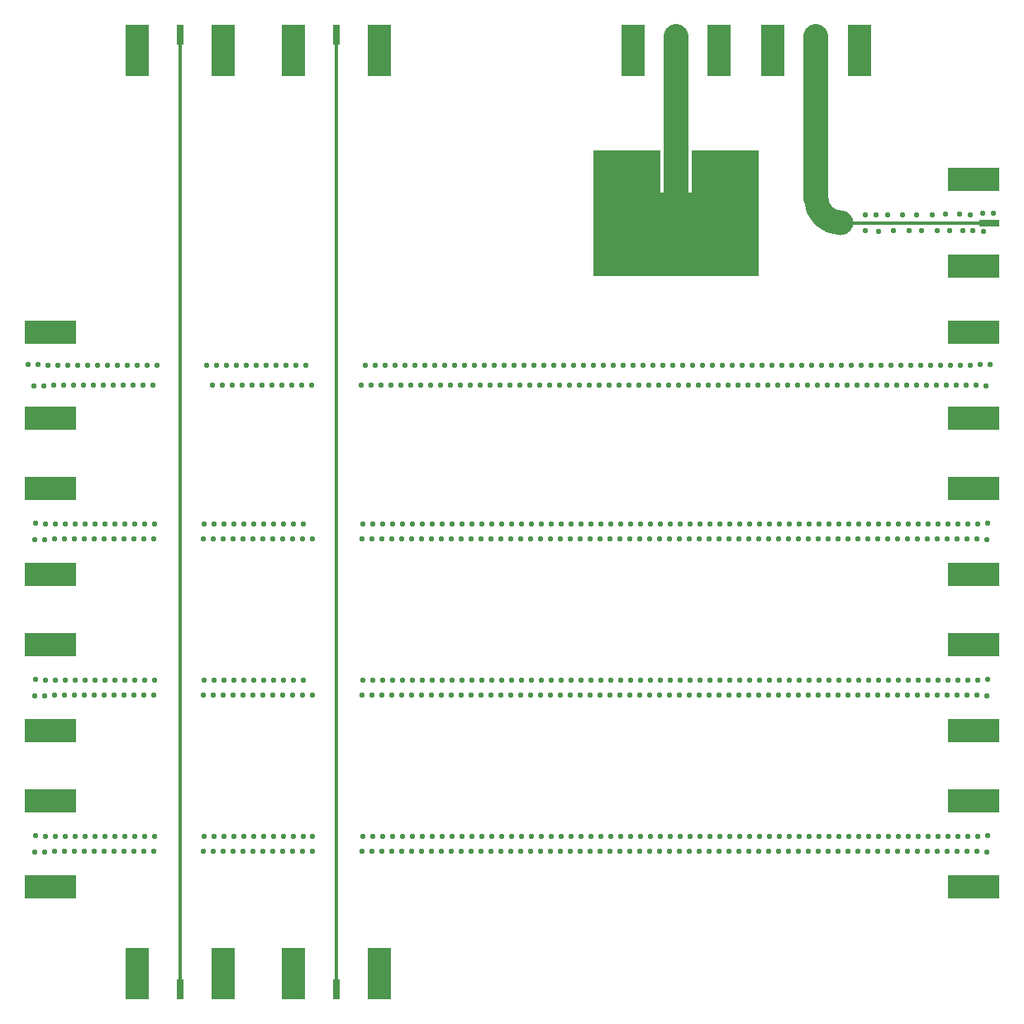
<source format=gbs>
G04*
G04 #@! TF.GenerationSoftware,Altium Limited,Altium Designer,19.1.7 (138)*
G04*
G04 Layer_Color=16711935*
%FSLAX25Y25*%
%MOIN*%
G70*
G01*
G75*
%ADD16C,0.01309*%
%ADD19R,0.08300X0.02800*%
%ADD20R,0.20800X0.09800*%
%ADD21R,0.09800X0.20800*%
%ADD22C,0.02300*%
%ADD25C,0.10100*%
%ADD27C,0.01210*%
%ADD29R,0.02800X0.08300*%
G36*
X268040Y325807D02*
X269303D01*
Y342711D01*
X296285D01*
Y292000D01*
X229700D01*
Y342711D01*
X256682D01*
Y325807D01*
X257941D01*
Y385827D01*
X268040D01*
Y325807D01*
D02*
G37*
D16*
X329500Y313500D02*
X389351D01*
D19*
D03*
D20*
X383101Y269369D02*
D03*
Y234569D02*
D03*
Y296100D02*
D03*
Y330900D02*
D03*
Y108584D02*
D03*
Y143384D02*
D03*
X10600D02*
D03*
Y108584D02*
D03*
X383101Y45592D02*
D03*
Y80392D02*
D03*
X10600D02*
D03*
Y45592D02*
D03*
X383101Y171576D02*
D03*
Y206376D02*
D03*
X10600D02*
D03*
Y171576D02*
D03*
Y269369D02*
D03*
Y234569D02*
D03*
D21*
X80392Y10600D02*
D03*
X45592D02*
D03*
Y383101D02*
D03*
X80392D02*
D03*
X143384Y10600D02*
D03*
X108584D02*
D03*
Y383101D02*
D03*
X143384D02*
D03*
X336900Y383101D02*
D03*
X302100D02*
D03*
X280398D02*
D03*
X245598D02*
D03*
D22*
X389584Y256246D02*
D03*
X385584Y256244D02*
D03*
X381596Y255942D02*
D03*
X377596D02*
D03*
X373596D02*
D03*
X369596D02*
D03*
X365596D02*
D03*
X361596D02*
D03*
X357596D02*
D03*
X353596D02*
D03*
X349596D02*
D03*
X345596D02*
D03*
X341596D02*
D03*
X337596D02*
D03*
X333596D02*
D03*
X329596D02*
D03*
X325596D02*
D03*
X321596D02*
D03*
X317596D02*
D03*
X313596D02*
D03*
X309596D02*
D03*
X305596D02*
D03*
X301596D02*
D03*
X297596D02*
D03*
X293596D02*
D03*
X289596D02*
D03*
X285596D02*
D03*
X281596D02*
D03*
X277596D02*
D03*
X273596D02*
D03*
X269596D02*
D03*
X265596D02*
D03*
X261596D02*
D03*
X257596D02*
D03*
X253596D02*
D03*
X249596D02*
D03*
X245596D02*
D03*
X241596D02*
D03*
X237596D02*
D03*
X233596D02*
D03*
X229596D02*
D03*
X225596D02*
D03*
X221596D02*
D03*
X217596D02*
D03*
X213596D02*
D03*
X209596D02*
D03*
X205596D02*
D03*
X201596D02*
D03*
X197596D02*
D03*
X193596D02*
D03*
X189596D02*
D03*
X185596D02*
D03*
X181596D02*
D03*
X177596D02*
D03*
X173596D02*
D03*
X169596D02*
D03*
X165596D02*
D03*
X161596D02*
D03*
X157596D02*
D03*
X153596D02*
D03*
X149596D02*
D03*
X145596D02*
D03*
X141596D02*
D03*
X137596D02*
D03*
X113596D02*
D03*
X109596D02*
D03*
X105596D02*
D03*
X101596D02*
D03*
X97596D02*
D03*
X93596D02*
D03*
X89596D02*
D03*
X85596D02*
D03*
X81596D02*
D03*
X77596D02*
D03*
X73596D02*
D03*
X53596D02*
D03*
X49596D02*
D03*
X45596D02*
D03*
X41596D02*
D03*
X37596D02*
D03*
X33596D02*
D03*
X29596D02*
D03*
X25596D02*
D03*
X21596D02*
D03*
X17596D02*
D03*
X13596D02*
D03*
X9596D02*
D03*
X5607Y256246D02*
D03*
X1607D02*
D03*
X3948Y247691D02*
D03*
X7948D02*
D03*
X11936Y247995D02*
D03*
X15936D02*
D03*
X19936D02*
D03*
X23936D02*
D03*
X27936D02*
D03*
X31936D02*
D03*
X35936D02*
D03*
X39936D02*
D03*
X43936D02*
D03*
X47936D02*
D03*
X51936D02*
D03*
X75936D02*
D03*
X79936D02*
D03*
X83936D02*
D03*
X87936D02*
D03*
X91936D02*
D03*
X95936D02*
D03*
X99936D02*
D03*
X103936D02*
D03*
X107936D02*
D03*
X111936D02*
D03*
X115936D02*
D03*
X135936D02*
D03*
X139936D02*
D03*
X143936D02*
D03*
X147936D02*
D03*
X151936D02*
D03*
X155936D02*
D03*
X159936D02*
D03*
X163936D02*
D03*
X167936D02*
D03*
X171936D02*
D03*
X175936D02*
D03*
X179936D02*
D03*
X183936D02*
D03*
X187936D02*
D03*
X191936D02*
D03*
X195936D02*
D03*
X199936D02*
D03*
X203936D02*
D03*
X207936D02*
D03*
X211936D02*
D03*
X215936D02*
D03*
X219936D02*
D03*
X223936D02*
D03*
X227936D02*
D03*
X231936D02*
D03*
X235936D02*
D03*
X239936D02*
D03*
X243936D02*
D03*
X247936D02*
D03*
X251936D02*
D03*
X255936D02*
D03*
X259936D02*
D03*
X263936D02*
D03*
X267936D02*
D03*
X271936D02*
D03*
X275936D02*
D03*
X279936D02*
D03*
X283936D02*
D03*
X287936D02*
D03*
X291936D02*
D03*
X295936D02*
D03*
X299936D02*
D03*
X303936D02*
D03*
X307936D02*
D03*
X311936D02*
D03*
X315936D02*
D03*
X319936D02*
D03*
X323936D02*
D03*
X327936D02*
D03*
X331936D02*
D03*
X335936D02*
D03*
X339936D02*
D03*
X343936D02*
D03*
X347936D02*
D03*
X351936D02*
D03*
X355936D02*
D03*
X359936D02*
D03*
X363936D02*
D03*
X367936D02*
D03*
X371936D02*
D03*
X375936D02*
D03*
X379936D02*
D03*
X383936D02*
D03*
X387925Y247691D02*
D03*
X116500Y66000D02*
D03*
X84722Y65907D02*
D03*
X80722D02*
D03*
X84436Y60077D02*
D03*
X80436D02*
D03*
X76722Y65907D02*
D03*
X76436Y60077D02*
D03*
X72722Y65907D02*
D03*
X72436Y60077D02*
D03*
X84732Y128946D02*
D03*
X80732D02*
D03*
X84433Y123023D02*
D03*
X80433D02*
D03*
X76732Y128946D02*
D03*
X72732D02*
D03*
X76433Y123023D02*
D03*
X72433D02*
D03*
X84732Y191938D02*
D03*
X84433Y186015D02*
D03*
X80732Y191938D02*
D03*
X80433Y186015D02*
D03*
X76732Y191938D02*
D03*
X76433Y186015D02*
D03*
X72732Y191938D02*
D03*
X72433Y186015D02*
D03*
X100722Y65907D02*
D03*
X96722D02*
D03*
X100436Y60077D02*
D03*
X96436D02*
D03*
X92722Y65907D02*
D03*
X88722D02*
D03*
X92436Y60077D02*
D03*
X88436D02*
D03*
X52732Y191938D02*
D03*
X32433Y186015D02*
D03*
X28732Y191938D02*
D03*
X28433Y186015D02*
D03*
X24732Y191938D02*
D03*
X24433Y186015D02*
D03*
X20732Y191938D02*
D03*
X20433Y186015D02*
D03*
X16700Y204700D02*
D03*
X16600Y208300D02*
D03*
X16732Y191938D02*
D03*
X16433Y186015D02*
D03*
X36732Y191938D02*
D03*
X36433Y186015D02*
D03*
X32732Y191938D02*
D03*
X52436Y60077D02*
D03*
X52722Y65907D02*
D03*
X44436Y60077D02*
D03*
X44722Y65907D02*
D03*
X48436Y60077D02*
D03*
X48722Y65907D02*
D03*
X40436Y60077D02*
D03*
X40722Y65907D02*
D03*
X52433Y186015D02*
D03*
X44732Y191938D02*
D03*
X48732D02*
D03*
X44433Y186015D02*
D03*
X48433D02*
D03*
X40732Y191938D02*
D03*
X40433Y186015D02*
D03*
X136433D02*
D03*
X136732Y191938D02*
D03*
X140433Y186015D02*
D03*
X144433D02*
D03*
X140732Y191938D02*
D03*
X144732D02*
D03*
X148433Y186015D02*
D03*
X148732Y191938D02*
D03*
X116433Y123023D02*
D03*
X112433D02*
D03*
X112732Y128946D02*
D03*
X108433Y123023D02*
D03*
X104433D02*
D03*
X108732Y128946D02*
D03*
X104732D02*
D03*
X116436Y60077D02*
D03*
X112436D02*
D03*
X112722Y65907D02*
D03*
X108436Y60077D02*
D03*
X104436D02*
D03*
X108722Y65907D02*
D03*
X104722D02*
D03*
X36722D02*
D03*
X36436Y60077D02*
D03*
X28722Y65907D02*
D03*
X32722D02*
D03*
X28436Y60077D02*
D03*
X32436D02*
D03*
X24436D02*
D03*
X24722Y65907D02*
D03*
X36732Y128946D02*
D03*
X32732D02*
D03*
X36433Y123023D02*
D03*
X32433D02*
D03*
X28732Y128946D02*
D03*
X24732D02*
D03*
X28433Y123023D02*
D03*
X24433D02*
D03*
X20722Y65907D02*
D03*
X20436Y60077D02*
D03*
X388725Y192271D02*
D03*
X384729Y192097D02*
D03*
X380732Y191938D02*
D03*
X376732D02*
D03*
X372732D02*
D03*
X368732D02*
D03*
X364732D02*
D03*
X360732D02*
D03*
X356732D02*
D03*
X352732D02*
D03*
X348732D02*
D03*
X344732D02*
D03*
X340732D02*
D03*
X336732D02*
D03*
X332732D02*
D03*
X328732D02*
D03*
X324732D02*
D03*
X320732D02*
D03*
X316732D02*
D03*
X312732D02*
D03*
X308732D02*
D03*
X304732D02*
D03*
X300732D02*
D03*
X296732D02*
D03*
X292732D02*
D03*
X288732D02*
D03*
X284732D02*
D03*
X280732D02*
D03*
X276732D02*
D03*
X272732D02*
D03*
X268732D02*
D03*
X264732D02*
D03*
X260732D02*
D03*
X256732D02*
D03*
X252732D02*
D03*
X248732D02*
D03*
X244732D02*
D03*
X240732D02*
D03*
X236732D02*
D03*
X232732D02*
D03*
X228732D02*
D03*
X224732D02*
D03*
X220732D02*
D03*
X216732D02*
D03*
X212732D02*
D03*
X208732D02*
D03*
X204732D02*
D03*
X200732D02*
D03*
X196732D02*
D03*
X192732D02*
D03*
X188732D02*
D03*
X184732D02*
D03*
X180732D02*
D03*
X176732D02*
D03*
X172732D02*
D03*
X168732D02*
D03*
X164732D02*
D03*
X160732D02*
D03*
X156732D02*
D03*
X152732D02*
D03*
X112732D02*
D03*
X108732D02*
D03*
X104732D02*
D03*
X100732D02*
D03*
X96732D02*
D03*
X92732D02*
D03*
X88732D02*
D03*
X12732D02*
D03*
X8737Y192144D02*
D03*
X4739Y192271D02*
D03*
X4442Y185682D02*
D03*
X8441Y185750D02*
D03*
X12433Y186015D02*
D03*
X88433D02*
D03*
X92433D02*
D03*
X96433D02*
D03*
X100433D02*
D03*
X104433D02*
D03*
X108433D02*
D03*
X112433D02*
D03*
X116433D02*
D03*
X152433D02*
D03*
X156433D02*
D03*
X160433D02*
D03*
X164433D02*
D03*
X168433D02*
D03*
X172433D02*
D03*
X176433D02*
D03*
X180433D02*
D03*
X184433D02*
D03*
X188433D02*
D03*
X192433D02*
D03*
X196433D02*
D03*
X200433D02*
D03*
X204433D02*
D03*
X208433D02*
D03*
X212433D02*
D03*
X216433D02*
D03*
X220433D02*
D03*
X224433D02*
D03*
X228433D02*
D03*
X232433D02*
D03*
X236433D02*
D03*
X240433D02*
D03*
X244433D02*
D03*
X248433D02*
D03*
X252433D02*
D03*
X256433D02*
D03*
X260433D02*
D03*
X264433D02*
D03*
X268433D02*
D03*
X272433D02*
D03*
X276433D02*
D03*
X280433D02*
D03*
X284433D02*
D03*
X288433D02*
D03*
X292433D02*
D03*
X296433D02*
D03*
X300433D02*
D03*
X304433D02*
D03*
X308433D02*
D03*
X312433D02*
D03*
X316433D02*
D03*
X320433D02*
D03*
X324433D02*
D03*
X328433D02*
D03*
X332433D02*
D03*
X336433D02*
D03*
X340433D02*
D03*
X344433D02*
D03*
X348433D02*
D03*
X352433D02*
D03*
X356433D02*
D03*
X360433D02*
D03*
X364433D02*
D03*
X368433D02*
D03*
X372433D02*
D03*
X376433D02*
D03*
X380433D02*
D03*
X384433D02*
D03*
X388419Y185682D02*
D03*
X388725Y129278D02*
D03*
X384729Y129105D02*
D03*
X380732Y128946D02*
D03*
X376732D02*
D03*
X372732D02*
D03*
X368732D02*
D03*
X364732D02*
D03*
X360732D02*
D03*
X356732D02*
D03*
X352732D02*
D03*
X348732D02*
D03*
X344732D02*
D03*
X340732D02*
D03*
X336732D02*
D03*
X332732D02*
D03*
X328732D02*
D03*
X324732D02*
D03*
X320732D02*
D03*
X316732D02*
D03*
X312732D02*
D03*
X308732D02*
D03*
X304732D02*
D03*
X300732D02*
D03*
X296732D02*
D03*
X292732D02*
D03*
X288732D02*
D03*
X284732D02*
D03*
X280732D02*
D03*
X276732D02*
D03*
X272732D02*
D03*
X268732D02*
D03*
X264732D02*
D03*
X260732D02*
D03*
X256732D02*
D03*
X252732D02*
D03*
X248732D02*
D03*
X244732D02*
D03*
X240732D02*
D03*
X236732D02*
D03*
X232732D02*
D03*
X228732D02*
D03*
X224732D02*
D03*
X220732D02*
D03*
X216732D02*
D03*
X212732D02*
D03*
X208732D02*
D03*
X204732D02*
D03*
X200732D02*
D03*
X196732D02*
D03*
X192732D02*
D03*
X188732D02*
D03*
X184732D02*
D03*
X180732D02*
D03*
X176732D02*
D03*
X172732D02*
D03*
X168732D02*
D03*
X164732D02*
D03*
X160732D02*
D03*
X156732D02*
D03*
X152732D02*
D03*
X148732D02*
D03*
X144732D02*
D03*
X140732D02*
D03*
X136732D02*
D03*
X100732D02*
D03*
X96732D02*
D03*
X92732D02*
D03*
X88732D02*
D03*
X52732D02*
D03*
X48732D02*
D03*
X44732D02*
D03*
X40732D02*
D03*
X20732D02*
D03*
X16732D02*
D03*
X12732D02*
D03*
X8737Y129152D02*
D03*
X4739Y129278D02*
D03*
X4442Y122690D02*
D03*
X8441Y122758D02*
D03*
X12433Y123023D02*
D03*
X16433D02*
D03*
X20433D02*
D03*
X40433D02*
D03*
X44433D02*
D03*
X48433D02*
D03*
X52433D02*
D03*
X88433D02*
D03*
X92433D02*
D03*
X96433D02*
D03*
X100433D02*
D03*
X136433D02*
D03*
X140433D02*
D03*
X144433D02*
D03*
X148433D02*
D03*
X152433D02*
D03*
X156433D02*
D03*
X160433D02*
D03*
X164433D02*
D03*
X168433D02*
D03*
X172433D02*
D03*
X176433D02*
D03*
X180433D02*
D03*
X184433D02*
D03*
X188433D02*
D03*
X192433D02*
D03*
X196433D02*
D03*
X200433D02*
D03*
X204433D02*
D03*
X208433D02*
D03*
X212433D02*
D03*
X216433D02*
D03*
X220433D02*
D03*
X224433D02*
D03*
X228433D02*
D03*
X232433D02*
D03*
X236433D02*
D03*
X240433D02*
D03*
X244433D02*
D03*
X248433D02*
D03*
X252433D02*
D03*
X256433D02*
D03*
X260433D02*
D03*
X264433D02*
D03*
X268433D02*
D03*
X272433D02*
D03*
X276433D02*
D03*
X280433D02*
D03*
X284433D02*
D03*
X288433D02*
D03*
X292433D02*
D03*
X296433D02*
D03*
X300433D02*
D03*
X304433D02*
D03*
X308433D02*
D03*
X312433D02*
D03*
X316433D02*
D03*
X320433D02*
D03*
X324433D02*
D03*
X328433D02*
D03*
X332433D02*
D03*
X336433D02*
D03*
X340433D02*
D03*
X344433D02*
D03*
X348433D02*
D03*
X352433D02*
D03*
X356433D02*
D03*
X360433D02*
D03*
X364433D02*
D03*
X368433D02*
D03*
X372433D02*
D03*
X376433D02*
D03*
X380433D02*
D03*
X384433D02*
D03*
X388419Y122690D02*
D03*
X388713Y66286D02*
D03*
X384717Y66108D02*
D03*
X380722Y65907D02*
D03*
X376722D02*
D03*
X372722D02*
D03*
X368722D02*
D03*
X364722D02*
D03*
X360722D02*
D03*
X356722D02*
D03*
X352722D02*
D03*
X348722D02*
D03*
X344722D02*
D03*
X340722D02*
D03*
X336722D02*
D03*
X332722D02*
D03*
X328722D02*
D03*
X324722D02*
D03*
X320722D02*
D03*
X316722D02*
D03*
X312722D02*
D03*
X308722D02*
D03*
X304722D02*
D03*
X300722D02*
D03*
X296722D02*
D03*
X292722D02*
D03*
X288722D02*
D03*
X284722D02*
D03*
X280722D02*
D03*
X276722D02*
D03*
X272722D02*
D03*
X268722D02*
D03*
X264722D02*
D03*
X260722D02*
D03*
X256722D02*
D03*
X252722D02*
D03*
X248722D02*
D03*
X244722D02*
D03*
X240722D02*
D03*
X236722D02*
D03*
X232722D02*
D03*
X228722D02*
D03*
X224722D02*
D03*
X220722D02*
D03*
X216722D02*
D03*
X212722D02*
D03*
X208722D02*
D03*
X204722D02*
D03*
X200722D02*
D03*
X196722D02*
D03*
X192722D02*
D03*
X188722D02*
D03*
X184722D02*
D03*
X180722D02*
D03*
X176722D02*
D03*
X172722D02*
D03*
X168722D02*
D03*
X164722D02*
D03*
X160722D02*
D03*
X156722D02*
D03*
X152722D02*
D03*
X148722D02*
D03*
X144722D02*
D03*
X140722D02*
D03*
X136722D02*
D03*
X16722D02*
D03*
X12722D02*
D03*
X8730Y66161D02*
D03*
X4732Y66286D02*
D03*
X4448Y59698D02*
D03*
X8448Y59767D02*
D03*
X12436Y60077D02*
D03*
X16436D02*
D03*
X136436D02*
D03*
X140436D02*
D03*
X144436D02*
D03*
X148436D02*
D03*
X152436D02*
D03*
X156436D02*
D03*
X160436D02*
D03*
X164436D02*
D03*
X168436D02*
D03*
X172436D02*
D03*
X176436D02*
D03*
X180436D02*
D03*
X184436D02*
D03*
X188436D02*
D03*
X192436D02*
D03*
X196436D02*
D03*
X200436D02*
D03*
X204436D02*
D03*
X208436D02*
D03*
X212436D02*
D03*
X216436D02*
D03*
X220436D02*
D03*
X224436D02*
D03*
X228436D02*
D03*
X232436D02*
D03*
X236436D02*
D03*
X240436D02*
D03*
X244436D02*
D03*
X248436D02*
D03*
X252436D02*
D03*
X256436D02*
D03*
X260436D02*
D03*
X264436D02*
D03*
X268436D02*
D03*
X272436D02*
D03*
X276436D02*
D03*
X280436D02*
D03*
X284436D02*
D03*
X288436D02*
D03*
X292436D02*
D03*
X296436D02*
D03*
X300436D02*
D03*
X304436D02*
D03*
X308436D02*
D03*
X312436D02*
D03*
X316436D02*
D03*
X320436D02*
D03*
X324436D02*
D03*
X328436D02*
D03*
X332436D02*
D03*
X336436D02*
D03*
X340436D02*
D03*
X344436D02*
D03*
X348436D02*
D03*
X352436D02*
D03*
X356436D02*
D03*
X360436D02*
D03*
X364436D02*
D03*
X368436D02*
D03*
X372436D02*
D03*
X376436D02*
D03*
X380436D02*
D03*
X384436Y60065D02*
D03*
X388419Y59698D02*
D03*
X144800Y4100D02*
D03*
X141400Y3500D02*
D03*
X141600Y10900D02*
D03*
X146500D02*
D03*
X146400Y18100D02*
D03*
X141000Y18000D02*
D03*
X110800Y3800D02*
D03*
X106700Y3300D02*
D03*
X106500Y10800D02*
D03*
X111100Y11100D02*
D03*
X111200Y18300D02*
D03*
X106000Y18500D02*
D03*
X83400Y3900D02*
D03*
X77400Y3700D02*
D03*
X77600Y10700D02*
D03*
X83000Y10800D02*
D03*
X82700Y17900D02*
D03*
X78000Y18000D02*
D03*
X48200Y4400D02*
D03*
X43500D02*
D03*
Y10400D02*
D03*
X48000Y10500D02*
D03*
X47700Y17400D02*
D03*
X43000Y17500D02*
D03*
X145800Y376700D02*
D03*
X141100Y376400D02*
D03*
Y383700D02*
D03*
X145600Y384000D02*
D03*
X145800Y391100D02*
D03*
X141000Y391000D02*
D03*
X110900Y375900D02*
D03*
X106000Y376000D02*
D03*
Y383200D02*
D03*
X111400Y383000D02*
D03*
X111100Y390600D02*
D03*
X106000Y390500D02*
D03*
X83200Y376600D02*
D03*
X77900Y376400D02*
D03*
X78100Y383000D02*
D03*
X82800Y383100D02*
D03*
X83200Y390000D02*
D03*
X78000D02*
D03*
X48500Y376400D02*
D03*
X43100Y376800D02*
D03*
X43000Y382900D02*
D03*
X48300Y383400D02*
D03*
Y391100D02*
D03*
X43000Y391000D02*
D03*
X335000Y377300D02*
D03*
X334800Y383700D02*
D03*
X334900Y390000D02*
D03*
X339000Y390100D02*
D03*
X338800Y383800D02*
D03*
X338600Y377200D02*
D03*
X300400Y377400D02*
D03*
X300200Y383800D02*
D03*
X300300Y390100D02*
D03*
X304400Y390200D02*
D03*
X304200Y383900D02*
D03*
X304000Y377300D02*
D03*
X278600Y376700D02*
D03*
X278400Y383100D02*
D03*
X278500Y389400D02*
D03*
X282600Y389500D02*
D03*
X282400Y383200D02*
D03*
X282200Y376600D02*
D03*
X243600D02*
D03*
X243400Y383000D02*
D03*
X243500Y389300D02*
D03*
X247600Y389400D02*
D03*
X247400Y383100D02*
D03*
X247200Y376500D02*
D03*
X377800Y47600D02*
D03*
X383900D02*
D03*
X389900Y47700D02*
D03*
X390000Y44100D02*
D03*
X384000Y43900D02*
D03*
X377800Y43800D02*
D03*
X376700Y82300D02*
D03*
X382800D02*
D03*
X388800Y82400D02*
D03*
X388900Y78800D02*
D03*
X382900Y78600D02*
D03*
X376700Y78500D02*
D03*
Y110400D02*
D03*
X382800D02*
D03*
X388800Y110500D02*
D03*
X388900Y106900D02*
D03*
X382900Y106700D02*
D03*
X376700Y106600D02*
D03*
X377300Y145100D02*
D03*
X383400D02*
D03*
X389400Y145200D02*
D03*
X389500Y141600D02*
D03*
X383500Y141400D02*
D03*
X377300Y141300D02*
D03*
X377000Y173400D02*
D03*
X383100D02*
D03*
X389100Y173500D02*
D03*
X389200Y169900D02*
D03*
X383200Y169700D02*
D03*
X377000Y169600D02*
D03*
X376900Y208200D02*
D03*
X383000D02*
D03*
X389000Y208300D02*
D03*
X389100Y204700D02*
D03*
X383100Y204500D02*
D03*
X376900Y204400D02*
D03*
X376700Y236600D02*
D03*
X382800D02*
D03*
X388800Y236700D02*
D03*
X388900Y233100D02*
D03*
X382900Y232900D02*
D03*
X376700Y232800D02*
D03*
X377500Y271200D02*
D03*
X383600D02*
D03*
X389600Y271300D02*
D03*
X389700Y267700D02*
D03*
X383700Y267500D02*
D03*
X377500Y267400D02*
D03*
X4800Y271100D02*
D03*
X10900D02*
D03*
X16900Y271200D02*
D03*
X17000Y267600D02*
D03*
X11000Y267400D02*
D03*
X4800Y267300D02*
D03*
Y236000D02*
D03*
X10900D02*
D03*
X16900Y236100D02*
D03*
X17000Y232500D02*
D03*
X11000Y232300D02*
D03*
X4800Y232200D02*
D03*
X4500Y208200D02*
D03*
X10600D02*
D03*
X10700Y204500D02*
D03*
X4500Y204400D02*
D03*
Y173400D02*
D03*
X10600D02*
D03*
X16600Y173500D02*
D03*
X16700Y169900D02*
D03*
X10700Y169700D02*
D03*
X4500Y169600D02*
D03*
X4800Y145400D02*
D03*
X10900D02*
D03*
X16900Y145500D02*
D03*
X17000Y141900D02*
D03*
X11000Y141700D02*
D03*
X4800Y141600D02*
D03*
X4600Y110600D02*
D03*
X10700D02*
D03*
X16700Y110700D02*
D03*
X16800Y107100D02*
D03*
X10800Y106900D02*
D03*
X4600Y106800D02*
D03*
X4400Y82300D02*
D03*
X10500D02*
D03*
X16500Y82400D02*
D03*
X16600Y78800D02*
D03*
X10600Y78600D02*
D03*
X4400Y78500D02*
D03*
X3700Y47400D02*
D03*
X9800D02*
D03*
X15800Y47500D02*
D03*
X15900Y43900D02*
D03*
X9900Y43700D02*
D03*
X3700Y43600D02*
D03*
X376200Y328900D02*
D03*
X382800Y328700D02*
D03*
X389100Y328500D02*
D03*
X389000Y332600D02*
D03*
X382700Y332700D02*
D03*
X376300Y332500D02*
D03*
X376200Y294200D02*
D03*
X382400Y294100D02*
D03*
X387800Y294200D02*
D03*
Y298300D02*
D03*
X382400D02*
D03*
X376200D02*
D03*
X387100Y309900D02*
D03*
X391000Y317300D02*
D03*
X386700Y317200D02*
D03*
X381800Y316800D02*
D03*
X382600Y310400D02*
D03*
X378600Y310300D02*
D03*
X373500D02*
D03*
X368200Y310200D02*
D03*
X377400Y317000D02*
D03*
X371600Y316900D02*
D03*
X366200Y316800D02*
D03*
X360100D02*
D03*
X354200D02*
D03*
X362100Y310200D02*
D03*
X357100D02*
D03*
X350700D02*
D03*
X344800Y310100D02*
D03*
X339200Y310200D02*
D03*
X348500Y316800D02*
D03*
X343800Y316700D02*
D03*
X339200D02*
D03*
D25*
X319500Y323500D02*
G03*
X329500Y313500I10000J0D01*
G01*
X262998Y385127D02*
Y388651D01*
X319500Y323500D02*
Y388601D01*
D27*
X125984Y4350D02*
Y389351D01*
X62992Y4350D02*
Y389351D01*
D29*
Y4350D02*
D03*
Y389351D02*
D03*
X125984Y4350D02*
D03*
Y389351D02*
D03*
X319500Y389351D02*
D03*
X262998D02*
D03*
M02*

</source>
